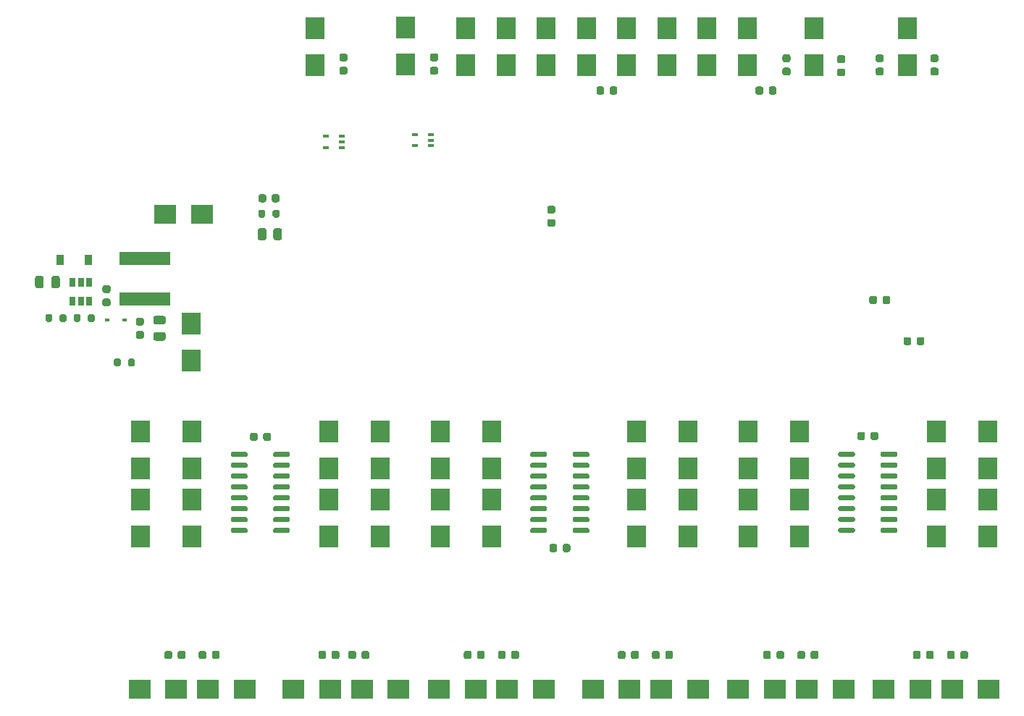
<source format=gbr>
%TF.GenerationSoftware,KiCad,Pcbnew,5.1.10-88a1d61d58~88~ubuntu20.04.1*%
%TF.CreationDate,2021-05-20T14:16:26-06:00*%
%TF.ProjectId,colordance-brain,636f6c6f-7264-4616-9e63-652d62726169,rev?*%
%TF.SameCoordinates,Original*%
%TF.FileFunction,Paste,Bot*%
%TF.FilePolarity,Positive*%
%FSLAX46Y46*%
G04 Gerber Fmt 4.6, Leading zero omitted, Abs format (unit mm)*
G04 Created by KiCad (PCBNEW 5.1.10-88a1d61d58~88~ubuntu20.04.1) date 2021-05-20 14:16:26*
%MOMM*%
%LPD*%
G01*
G04 APERTURE LIST*
%ADD10R,0.650000X0.400000*%
%ADD11R,2.300000X2.500000*%
%ADD12R,0.650000X1.060000*%
%ADD13R,5.900000X1.600000*%
%ADD14R,2.500000X2.300000*%
%ADD15R,0.600000X0.450000*%
%ADD16R,0.900000X1.200000*%
G04 APERTURE END LIST*
D10*
%TO.C,U7*%
X62050000Y-61150000D03*
X62050000Y-62450000D03*
X63950000Y-61800000D03*
X63950000Y-62450000D03*
X63950000Y-61150000D03*
%TD*%
%TO.C,U6*%
X51650000Y-61350000D03*
X51650000Y-62650000D03*
X53550000Y-62000000D03*
X53550000Y-62650000D03*
X53550000Y-61350000D03*
%TD*%
D11*
%TO.C,D17*%
X100900000Y-48750000D03*
X100900000Y-53050000D03*
%TD*%
%TO.C,D16*%
X77400000Y-48750000D03*
X77400000Y-53050000D03*
%TD*%
%TO.C,D15*%
X91500000Y-48750000D03*
X91500000Y-53050000D03*
%TD*%
%TO.C,D14*%
X35900000Y-87550000D03*
X35900000Y-83250000D03*
%TD*%
%TO.C,D13*%
X68000000Y-48750000D03*
X68000000Y-53050000D03*
%TD*%
%TO.C,D12*%
X119600000Y-48750000D03*
X119600000Y-53050000D03*
%TD*%
%TO.C,D10*%
X61000000Y-48650000D03*
X61000000Y-52950000D03*
%TD*%
%TO.C,D8*%
X82100000Y-48750000D03*
X82100000Y-53050000D03*
%TD*%
%TO.C,D7*%
X96200000Y-48750000D03*
X96200000Y-53050000D03*
%TD*%
%TO.C,D6*%
X72700000Y-48750000D03*
X72700000Y-53050000D03*
%TD*%
%TO.C,D5*%
X108700000Y-48750000D03*
X108700000Y-53050000D03*
%TD*%
%TO.C,D4*%
X50400000Y-48750000D03*
X50400000Y-53050000D03*
%TD*%
%TO.C,D3*%
X86800000Y-48750000D03*
X86800000Y-53050000D03*
%TD*%
%TO.C,C33*%
G36*
G01*
X44675000Y-68350000D02*
X44675000Y-68850000D01*
G75*
G02*
X44450000Y-69075000I-225000J0D01*
G01*
X44000000Y-69075000D01*
G75*
G02*
X43775000Y-68850000I0J225000D01*
G01*
X43775000Y-68350000D01*
G75*
G02*
X44000000Y-68125000I225000J0D01*
G01*
X44450000Y-68125000D01*
G75*
G02*
X44675000Y-68350000I0J-225000D01*
G01*
G37*
G36*
G01*
X46225000Y-68350000D02*
X46225000Y-68850000D01*
G75*
G02*
X46000000Y-69075000I-225000J0D01*
G01*
X45550000Y-69075000D01*
G75*
G02*
X45325000Y-68850000I0J225000D01*
G01*
X45325000Y-68350000D01*
G75*
G02*
X45550000Y-68125000I225000J0D01*
G01*
X46000000Y-68125000D01*
G75*
G02*
X46225000Y-68350000I0J-225000D01*
G01*
G37*
%TD*%
%TO.C,U5*%
G36*
G01*
X75550000Y-107595000D02*
X75550000Y-107295000D01*
G75*
G02*
X75700000Y-107145000I150000J0D01*
G01*
X77350000Y-107145000D01*
G75*
G02*
X77500000Y-107295000I0J-150000D01*
G01*
X77500000Y-107595000D01*
G75*
G02*
X77350000Y-107745000I-150000J0D01*
G01*
X75700000Y-107745000D01*
G75*
G02*
X75550000Y-107595000I0J150000D01*
G01*
G37*
G36*
G01*
X75550000Y-106325000D02*
X75550000Y-106025000D01*
G75*
G02*
X75700000Y-105875000I150000J0D01*
G01*
X77350000Y-105875000D01*
G75*
G02*
X77500000Y-106025000I0J-150000D01*
G01*
X77500000Y-106325000D01*
G75*
G02*
X77350000Y-106475000I-150000J0D01*
G01*
X75700000Y-106475000D01*
G75*
G02*
X75550000Y-106325000I0J150000D01*
G01*
G37*
G36*
G01*
X75550000Y-105055000D02*
X75550000Y-104755000D01*
G75*
G02*
X75700000Y-104605000I150000J0D01*
G01*
X77350000Y-104605000D01*
G75*
G02*
X77500000Y-104755000I0J-150000D01*
G01*
X77500000Y-105055000D01*
G75*
G02*
X77350000Y-105205000I-150000J0D01*
G01*
X75700000Y-105205000D01*
G75*
G02*
X75550000Y-105055000I0J150000D01*
G01*
G37*
G36*
G01*
X75550000Y-103785000D02*
X75550000Y-103485000D01*
G75*
G02*
X75700000Y-103335000I150000J0D01*
G01*
X77350000Y-103335000D01*
G75*
G02*
X77500000Y-103485000I0J-150000D01*
G01*
X77500000Y-103785000D01*
G75*
G02*
X77350000Y-103935000I-150000J0D01*
G01*
X75700000Y-103935000D01*
G75*
G02*
X75550000Y-103785000I0J150000D01*
G01*
G37*
G36*
G01*
X75550000Y-102515000D02*
X75550000Y-102215000D01*
G75*
G02*
X75700000Y-102065000I150000J0D01*
G01*
X77350000Y-102065000D01*
G75*
G02*
X77500000Y-102215000I0J-150000D01*
G01*
X77500000Y-102515000D01*
G75*
G02*
X77350000Y-102665000I-150000J0D01*
G01*
X75700000Y-102665000D01*
G75*
G02*
X75550000Y-102515000I0J150000D01*
G01*
G37*
G36*
G01*
X75550000Y-101245000D02*
X75550000Y-100945000D01*
G75*
G02*
X75700000Y-100795000I150000J0D01*
G01*
X77350000Y-100795000D01*
G75*
G02*
X77500000Y-100945000I0J-150000D01*
G01*
X77500000Y-101245000D01*
G75*
G02*
X77350000Y-101395000I-150000J0D01*
G01*
X75700000Y-101395000D01*
G75*
G02*
X75550000Y-101245000I0J150000D01*
G01*
G37*
G36*
G01*
X75550000Y-99975000D02*
X75550000Y-99675000D01*
G75*
G02*
X75700000Y-99525000I150000J0D01*
G01*
X77350000Y-99525000D01*
G75*
G02*
X77500000Y-99675000I0J-150000D01*
G01*
X77500000Y-99975000D01*
G75*
G02*
X77350000Y-100125000I-150000J0D01*
G01*
X75700000Y-100125000D01*
G75*
G02*
X75550000Y-99975000I0J150000D01*
G01*
G37*
G36*
G01*
X75550000Y-98705000D02*
X75550000Y-98405000D01*
G75*
G02*
X75700000Y-98255000I150000J0D01*
G01*
X77350000Y-98255000D01*
G75*
G02*
X77500000Y-98405000I0J-150000D01*
G01*
X77500000Y-98705000D01*
G75*
G02*
X77350000Y-98855000I-150000J0D01*
G01*
X75700000Y-98855000D01*
G75*
G02*
X75550000Y-98705000I0J150000D01*
G01*
G37*
G36*
G01*
X80500000Y-98705000D02*
X80500000Y-98405000D01*
G75*
G02*
X80650000Y-98255000I150000J0D01*
G01*
X82300000Y-98255000D01*
G75*
G02*
X82450000Y-98405000I0J-150000D01*
G01*
X82450000Y-98705000D01*
G75*
G02*
X82300000Y-98855000I-150000J0D01*
G01*
X80650000Y-98855000D01*
G75*
G02*
X80500000Y-98705000I0J150000D01*
G01*
G37*
G36*
G01*
X80500000Y-99975000D02*
X80500000Y-99675000D01*
G75*
G02*
X80650000Y-99525000I150000J0D01*
G01*
X82300000Y-99525000D01*
G75*
G02*
X82450000Y-99675000I0J-150000D01*
G01*
X82450000Y-99975000D01*
G75*
G02*
X82300000Y-100125000I-150000J0D01*
G01*
X80650000Y-100125000D01*
G75*
G02*
X80500000Y-99975000I0J150000D01*
G01*
G37*
G36*
G01*
X80500000Y-101245000D02*
X80500000Y-100945000D01*
G75*
G02*
X80650000Y-100795000I150000J0D01*
G01*
X82300000Y-100795000D01*
G75*
G02*
X82450000Y-100945000I0J-150000D01*
G01*
X82450000Y-101245000D01*
G75*
G02*
X82300000Y-101395000I-150000J0D01*
G01*
X80650000Y-101395000D01*
G75*
G02*
X80500000Y-101245000I0J150000D01*
G01*
G37*
G36*
G01*
X80500000Y-102515000D02*
X80500000Y-102215000D01*
G75*
G02*
X80650000Y-102065000I150000J0D01*
G01*
X82300000Y-102065000D01*
G75*
G02*
X82450000Y-102215000I0J-150000D01*
G01*
X82450000Y-102515000D01*
G75*
G02*
X82300000Y-102665000I-150000J0D01*
G01*
X80650000Y-102665000D01*
G75*
G02*
X80500000Y-102515000I0J150000D01*
G01*
G37*
G36*
G01*
X80500000Y-103785000D02*
X80500000Y-103485000D01*
G75*
G02*
X80650000Y-103335000I150000J0D01*
G01*
X82300000Y-103335000D01*
G75*
G02*
X82450000Y-103485000I0J-150000D01*
G01*
X82450000Y-103785000D01*
G75*
G02*
X82300000Y-103935000I-150000J0D01*
G01*
X80650000Y-103935000D01*
G75*
G02*
X80500000Y-103785000I0J150000D01*
G01*
G37*
G36*
G01*
X80500000Y-105055000D02*
X80500000Y-104755000D01*
G75*
G02*
X80650000Y-104605000I150000J0D01*
G01*
X82300000Y-104605000D01*
G75*
G02*
X82450000Y-104755000I0J-150000D01*
G01*
X82450000Y-105055000D01*
G75*
G02*
X82300000Y-105205000I-150000J0D01*
G01*
X80650000Y-105205000D01*
G75*
G02*
X80500000Y-105055000I0J150000D01*
G01*
G37*
G36*
G01*
X80500000Y-106325000D02*
X80500000Y-106025000D01*
G75*
G02*
X80650000Y-105875000I150000J0D01*
G01*
X82300000Y-105875000D01*
G75*
G02*
X82450000Y-106025000I0J-150000D01*
G01*
X82450000Y-106325000D01*
G75*
G02*
X82300000Y-106475000I-150000J0D01*
G01*
X80650000Y-106475000D01*
G75*
G02*
X80500000Y-106325000I0J150000D01*
G01*
G37*
G36*
G01*
X80500000Y-107595000D02*
X80500000Y-107295000D01*
G75*
G02*
X80650000Y-107145000I150000J0D01*
G01*
X82300000Y-107145000D01*
G75*
G02*
X82450000Y-107295000I0J-150000D01*
G01*
X82450000Y-107595000D01*
G75*
G02*
X82300000Y-107745000I-150000J0D01*
G01*
X80650000Y-107745000D01*
G75*
G02*
X80500000Y-107595000I0J150000D01*
G01*
G37*
%TD*%
%TO.C,U4*%
G36*
G01*
X118450000Y-98405000D02*
X118450000Y-98705000D01*
G75*
G02*
X118300000Y-98855000I-150000J0D01*
G01*
X116650000Y-98855000D01*
G75*
G02*
X116500000Y-98705000I0J150000D01*
G01*
X116500000Y-98405000D01*
G75*
G02*
X116650000Y-98255000I150000J0D01*
G01*
X118300000Y-98255000D01*
G75*
G02*
X118450000Y-98405000I0J-150000D01*
G01*
G37*
G36*
G01*
X118450000Y-99675000D02*
X118450000Y-99975000D01*
G75*
G02*
X118300000Y-100125000I-150000J0D01*
G01*
X116650000Y-100125000D01*
G75*
G02*
X116500000Y-99975000I0J150000D01*
G01*
X116500000Y-99675000D01*
G75*
G02*
X116650000Y-99525000I150000J0D01*
G01*
X118300000Y-99525000D01*
G75*
G02*
X118450000Y-99675000I0J-150000D01*
G01*
G37*
G36*
G01*
X118450000Y-100945000D02*
X118450000Y-101245000D01*
G75*
G02*
X118300000Y-101395000I-150000J0D01*
G01*
X116650000Y-101395000D01*
G75*
G02*
X116500000Y-101245000I0J150000D01*
G01*
X116500000Y-100945000D01*
G75*
G02*
X116650000Y-100795000I150000J0D01*
G01*
X118300000Y-100795000D01*
G75*
G02*
X118450000Y-100945000I0J-150000D01*
G01*
G37*
G36*
G01*
X118450000Y-102215000D02*
X118450000Y-102515000D01*
G75*
G02*
X118300000Y-102665000I-150000J0D01*
G01*
X116650000Y-102665000D01*
G75*
G02*
X116500000Y-102515000I0J150000D01*
G01*
X116500000Y-102215000D01*
G75*
G02*
X116650000Y-102065000I150000J0D01*
G01*
X118300000Y-102065000D01*
G75*
G02*
X118450000Y-102215000I0J-150000D01*
G01*
G37*
G36*
G01*
X118450000Y-103485000D02*
X118450000Y-103785000D01*
G75*
G02*
X118300000Y-103935000I-150000J0D01*
G01*
X116650000Y-103935000D01*
G75*
G02*
X116500000Y-103785000I0J150000D01*
G01*
X116500000Y-103485000D01*
G75*
G02*
X116650000Y-103335000I150000J0D01*
G01*
X118300000Y-103335000D01*
G75*
G02*
X118450000Y-103485000I0J-150000D01*
G01*
G37*
G36*
G01*
X118450000Y-104755000D02*
X118450000Y-105055000D01*
G75*
G02*
X118300000Y-105205000I-150000J0D01*
G01*
X116650000Y-105205000D01*
G75*
G02*
X116500000Y-105055000I0J150000D01*
G01*
X116500000Y-104755000D01*
G75*
G02*
X116650000Y-104605000I150000J0D01*
G01*
X118300000Y-104605000D01*
G75*
G02*
X118450000Y-104755000I0J-150000D01*
G01*
G37*
G36*
G01*
X118450000Y-106025000D02*
X118450000Y-106325000D01*
G75*
G02*
X118300000Y-106475000I-150000J0D01*
G01*
X116650000Y-106475000D01*
G75*
G02*
X116500000Y-106325000I0J150000D01*
G01*
X116500000Y-106025000D01*
G75*
G02*
X116650000Y-105875000I150000J0D01*
G01*
X118300000Y-105875000D01*
G75*
G02*
X118450000Y-106025000I0J-150000D01*
G01*
G37*
G36*
G01*
X118450000Y-107295000D02*
X118450000Y-107595000D01*
G75*
G02*
X118300000Y-107745000I-150000J0D01*
G01*
X116650000Y-107745000D01*
G75*
G02*
X116500000Y-107595000I0J150000D01*
G01*
X116500000Y-107295000D01*
G75*
G02*
X116650000Y-107145000I150000J0D01*
G01*
X118300000Y-107145000D01*
G75*
G02*
X118450000Y-107295000I0J-150000D01*
G01*
G37*
G36*
G01*
X113500000Y-107295000D02*
X113500000Y-107595000D01*
G75*
G02*
X113350000Y-107745000I-150000J0D01*
G01*
X111700000Y-107745000D01*
G75*
G02*
X111550000Y-107595000I0J150000D01*
G01*
X111550000Y-107295000D01*
G75*
G02*
X111700000Y-107145000I150000J0D01*
G01*
X113350000Y-107145000D01*
G75*
G02*
X113500000Y-107295000I0J-150000D01*
G01*
G37*
G36*
G01*
X113500000Y-106025000D02*
X113500000Y-106325000D01*
G75*
G02*
X113350000Y-106475000I-150000J0D01*
G01*
X111700000Y-106475000D01*
G75*
G02*
X111550000Y-106325000I0J150000D01*
G01*
X111550000Y-106025000D01*
G75*
G02*
X111700000Y-105875000I150000J0D01*
G01*
X113350000Y-105875000D01*
G75*
G02*
X113500000Y-106025000I0J-150000D01*
G01*
G37*
G36*
G01*
X113500000Y-104755000D02*
X113500000Y-105055000D01*
G75*
G02*
X113350000Y-105205000I-150000J0D01*
G01*
X111700000Y-105205000D01*
G75*
G02*
X111550000Y-105055000I0J150000D01*
G01*
X111550000Y-104755000D01*
G75*
G02*
X111700000Y-104605000I150000J0D01*
G01*
X113350000Y-104605000D01*
G75*
G02*
X113500000Y-104755000I0J-150000D01*
G01*
G37*
G36*
G01*
X113500000Y-103485000D02*
X113500000Y-103785000D01*
G75*
G02*
X113350000Y-103935000I-150000J0D01*
G01*
X111700000Y-103935000D01*
G75*
G02*
X111550000Y-103785000I0J150000D01*
G01*
X111550000Y-103485000D01*
G75*
G02*
X111700000Y-103335000I150000J0D01*
G01*
X113350000Y-103335000D01*
G75*
G02*
X113500000Y-103485000I0J-150000D01*
G01*
G37*
G36*
G01*
X113500000Y-102215000D02*
X113500000Y-102515000D01*
G75*
G02*
X113350000Y-102665000I-150000J0D01*
G01*
X111700000Y-102665000D01*
G75*
G02*
X111550000Y-102515000I0J150000D01*
G01*
X111550000Y-102215000D01*
G75*
G02*
X111700000Y-102065000I150000J0D01*
G01*
X113350000Y-102065000D01*
G75*
G02*
X113500000Y-102215000I0J-150000D01*
G01*
G37*
G36*
G01*
X113500000Y-100945000D02*
X113500000Y-101245000D01*
G75*
G02*
X113350000Y-101395000I-150000J0D01*
G01*
X111700000Y-101395000D01*
G75*
G02*
X111550000Y-101245000I0J150000D01*
G01*
X111550000Y-100945000D01*
G75*
G02*
X111700000Y-100795000I150000J0D01*
G01*
X113350000Y-100795000D01*
G75*
G02*
X113500000Y-100945000I0J-150000D01*
G01*
G37*
G36*
G01*
X113500000Y-99675000D02*
X113500000Y-99975000D01*
G75*
G02*
X113350000Y-100125000I-150000J0D01*
G01*
X111700000Y-100125000D01*
G75*
G02*
X111550000Y-99975000I0J150000D01*
G01*
X111550000Y-99675000D01*
G75*
G02*
X111700000Y-99525000I150000J0D01*
G01*
X113350000Y-99525000D01*
G75*
G02*
X113500000Y-99675000I0J-150000D01*
G01*
G37*
G36*
G01*
X113500000Y-98405000D02*
X113500000Y-98705000D01*
G75*
G02*
X113350000Y-98855000I-150000J0D01*
G01*
X111700000Y-98855000D01*
G75*
G02*
X111550000Y-98705000I0J150000D01*
G01*
X111550000Y-98405000D01*
G75*
G02*
X111700000Y-98255000I150000J0D01*
G01*
X113350000Y-98255000D01*
G75*
G02*
X113500000Y-98405000I0J-150000D01*
G01*
G37*
%TD*%
%TO.C,U3*%
G36*
G01*
X47450000Y-98405000D02*
X47450000Y-98705000D01*
G75*
G02*
X47300000Y-98855000I-150000J0D01*
G01*
X45650000Y-98855000D01*
G75*
G02*
X45500000Y-98705000I0J150000D01*
G01*
X45500000Y-98405000D01*
G75*
G02*
X45650000Y-98255000I150000J0D01*
G01*
X47300000Y-98255000D01*
G75*
G02*
X47450000Y-98405000I0J-150000D01*
G01*
G37*
G36*
G01*
X47450000Y-99675000D02*
X47450000Y-99975000D01*
G75*
G02*
X47300000Y-100125000I-150000J0D01*
G01*
X45650000Y-100125000D01*
G75*
G02*
X45500000Y-99975000I0J150000D01*
G01*
X45500000Y-99675000D01*
G75*
G02*
X45650000Y-99525000I150000J0D01*
G01*
X47300000Y-99525000D01*
G75*
G02*
X47450000Y-99675000I0J-150000D01*
G01*
G37*
G36*
G01*
X47450000Y-100945000D02*
X47450000Y-101245000D01*
G75*
G02*
X47300000Y-101395000I-150000J0D01*
G01*
X45650000Y-101395000D01*
G75*
G02*
X45500000Y-101245000I0J150000D01*
G01*
X45500000Y-100945000D01*
G75*
G02*
X45650000Y-100795000I150000J0D01*
G01*
X47300000Y-100795000D01*
G75*
G02*
X47450000Y-100945000I0J-150000D01*
G01*
G37*
G36*
G01*
X47450000Y-102215000D02*
X47450000Y-102515000D01*
G75*
G02*
X47300000Y-102665000I-150000J0D01*
G01*
X45650000Y-102665000D01*
G75*
G02*
X45500000Y-102515000I0J150000D01*
G01*
X45500000Y-102215000D01*
G75*
G02*
X45650000Y-102065000I150000J0D01*
G01*
X47300000Y-102065000D01*
G75*
G02*
X47450000Y-102215000I0J-150000D01*
G01*
G37*
G36*
G01*
X47450000Y-103485000D02*
X47450000Y-103785000D01*
G75*
G02*
X47300000Y-103935000I-150000J0D01*
G01*
X45650000Y-103935000D01*
G75*
G02*
X45500000Y-103785000I0J150000D01*
G01*
X45500000Y-103485000D01*
G75*
G02*
X45650000Y-103335000I150000J0D01*
G01*
X47300000Y-103335000D01*
G75*
G02*
X47450000Y-103485000I0J-150000D01*
G01*
G37*
G36*
G01*
X47450000Y-104755000D02*
X47450000Y-105055000D01*
G75*
G02*
X47300000Y-105205000I-150000J0D01*
G01*
X45650000Y-105205000D01*
G75*
G02*
X45500000Y-105055000I0J150000D01*
G01*
X45500000Y-104755000D01*
G75*
G02*
X45650000Y-104605000I150000J0D01*
G01*
X47300000Y-104605000D01*
G75*
G02*
X47450000Y-104755000I0J-150000D01*
G01*
G37*
G36*
G01*
X47450000Y-106025000D02*
X47450000Y-106325000D01*
G75*
G02*
X47300000Y-106475000I-150000J0D01*
G01*
X45650000Y-106475000D01*
G75*
G02*
X45500000Y-106325000I0J150000D01*
G01*
X45500000Y-106025000D01*
G75*
G02*
X45650000Y-105875000I150000J0D01*
G01*
X47300000Y-105875000D01*
G75*
G02*
X47450000Y-106025000I0J-150000D01*
G01*
G37*
G36*
G01*
X47450000Y-107295000D02*
X47450000Y-107595000D01*
G75*
G02*
X47300000Y-107745000I-150000J0D01*
G01*
X45650000Y-107745000D01*
G75*
G02*
X45500000Y-107595000I0J150000D01*
G01*
X45500000Y-107295000D01*
G75*
G02*
X45650000Y-107145000I150000J0D01*
G01*
X47300000Y-107145000D01*
G75*
G02*
X47450000Y-107295000I0J-150000D01*
G01*
G37*
G36*
G01*
X42500000Y-107295000D02*
X42500000Y-107595000D01*
G75*
G02*
X42350000Y-107745000I-150000J0D01*
G01*
X40700000Y-107745000D01*
G75*
G02*
X40550000Y-107595000I0J150000D01*
G01*
X40550000Y-107295000D01*
G75*
G02*
X40700000Y-107145000I150000J0D01*
G01*
X42350000Y-107145000D01*
G75*
G02*
X42500000Y-107295000I0J-150000D01*
G01*
G37*
G36*
G01*
X42500000Y-106025000D02*
X42500000Y-106325000D01*
G75*
G02*
X42350000Y-106475000I-150000J0D01*
G01*
X40700000Y-106475000D01*
G75*
G02*
X40550000Y-106325000I0J150000D01*
G01*
X40550000Y-106025000D01*
G75*
G02*
X40700000Y-105875000I150000J0D01*
G01*
X42350000Y-105875000D01*
G75*
G02*
X42500000Y-106025000I0J-150000D01*
G01*
G37*
G36*
G01*
X42500000Y-104755000D02*
X42500000Y-105055000D01*
G75*
G02*
X42350000Y-105205000I-150000J0D01*
G01*
X40700000Y-105205000D01*
G75*
G02*
X40550000Y-105055000I0J150000D01*
G01*
X40550000Y-104755000D01*
G75*
G02*
X40700000Y-104605000I150000J0D01*
G01*
X42350000Y-104605000D01*
G75*
G02*
X42500000Y-104755000I0J-150000D01*
G01*
G37*
G36*
G01*
X42500000Y-103485000D02*
X42500000Y-103785000D01*
G75*
G02*
X42350000Y-103935000I-150000J0D01*
G01*
X40700000Y-103935000D01*
G75*
G02*
X40550000Y-103785000I0J150000D01*
G01*
X40550000Y-103485000D01*
G75*
G02*
X40700000Y-103335000I150000J0D01*
G01*
X42350000Y-103335000D01*
G75*
G02*
X42500000Y-103485000I0J-150000D01*
G01*
G37*
G36*
G01*
X42500000Y-102215000D02*
X42500000Y-102515000D01*
G75*
G02*
X42350000Y-102665000I-150000J0D01*
G01*
X40700000Y-102665000D01*
G75*
G02*
X40550000Y-102515000I0J150000D01*
G01*
X40550000Y-102215000D01*
G75*
G02*
X40700000Y-102065000I150000J0D01*
G01*
X42350000Y-102065000D01*
G75*
G02*
X42500000Y-102215000I0J-150000D01*
G01*
G37*
G36*
G01*
X42500000Y-100945000D02*
X42500000Y-101245000D01*
G75*
G02*
X42350000Y-101395000I-150000J0D01*
G01*
X40700000Y-101395000D01*
G75*
G02*
X40550000Y-101245000I0J150000D01*
G01*
X40550000Y-100945000D01*
G75*
G02*
X40700000Y-100795000I150000J0D01*
G01*
X42350000Y-100795000D01*
G75*
G02*
X42500000Y-100945000I0J-150000D01*
G01*
G37*
G36*
G01*
X42500000Y-99675000D02*
X42500000Y-99975000D01*
G75*
G02*
X42350000Y-100125000I-150000J0D01*
G01*
X40700000Y-100125000D01*
G75*
G02*
X40550000Y-99975000I0J150000D01*
G01*
X40550000Y-99675000D01*
G75*
G02*
X40700000Y-99525000I150000J0D01*
G01*
X42350000Y-99525000D01*
G75*
G02*
X42500000Y-99675000I0J-150000D01*
G01*
G37*
G36*
G01*
X42500000Y-98405000D02*
X42500000Y-98705000D01*
G75*
G02*
X42350000Y-98855000I-150000J0D01*
G01*
X40700000Y-98855000D01*
G75*
G02*
X40550000Y-98705000I0J150000D01*
G01*
X40550000Y-98405000D01*
G75*
G02*
X40700000Y-98255000I150000J0D01*
G01*
X42350000Y-98255000D01*
G75*
G02*
X42500000Y-98405000I0J-150000D01*
G01*
G37*
%TD*%
D12*
%TO.C,U1*%
X23950000Y-80600000D03*
X23000000Y-80600000D03*
X22050000Y-80600000D03*
X22050000Y-78400000D03*
X23950000Y-78400000D03*
X23000000Y-78400000D03*
%TD*%
%TO.C,R5*%
G36*
G01*
X21325000Y-82325000D02*
X21325000Y-82875000D01*
G75*
G02*
X21125000Y-83075000I-200000J0D01*
G01*
X20725000Y-83075000D01*
G75*
G02*
X20525000Y-82875000I0J200000D01*
G01*
X20525000Y-82325000D01*
G75*
G02*
X20725000Y-82125000I200000J0D01*
G01*
X21125000Y-82125000D01*
G75*
G02*
X21325000Y-82325000I0J-200000D01*
G01*
G37*
G36*
G01*
X19675000Y-82325000D02*
X19675000Y-82875000D01*
G75*
G02*
X19475000Y-83075000I-200000J0D01*
G01*
X19075000Y-83075000D01*
G75*
G02*
X18875000Y-82875000I0J200000D01*
G01*
X18875000Y-82325000D01*
G75*
G02*
X19075000Y-82125000I200000J0D01*
G01*
X19475000Y-82125000D01*
G75*
G02*
X19675000Y-82325000I0J-200000D01*
G01*
G37*
%TD*%
%TO.C,R4*%
G36*
G01*
X24625000Y-82325000D02*
X24625000Y-82875000D01*
G75*
G02*
X24425000Y-83075000I-200000J0D01*
G01*
X24025000Y-83075000D01*
G75*
G02*
X23825000Y-82875000I0J200000D01*
G01*
X23825000Y-82325000D01*
G75*
G02*
X24025000Y-82125000I200000J0D01*
G01*
X24425000Y-82125000D01*
G75*
G02*
X24625000Y-82325000I0J-200000D01*
G01*
G37*
G36*
G01*
X22975000Y-82325000D02*
X22975000Y-82875000D01*
G75*
G02*
X22775000Y-83075000I-200000J0D01*
G01*
X22375000Y-83075000D01*
G75*
G02*
X22175000Y-82875000I0J200000D01*
G01*
X22175000Y-82325000D01*
G75*
G02*
X22375000Y-82125000I200000J0D01*
G01*
X22775000Y-82125000D01*
G75*
G02*
X22975000Y-82325000I0J-200000D01*
G01*
G37*
%TD*%
%TO.C,R3*%
G36*
G01*
X46225000Y-70125000D02*
X46225000Y-70675000D01*
G75*
G02*
X46025000Y-70875000I-200000J0D01*
G01*
X45625000Y-70875000D01*
G75*
G02*
X45425000Y-70675000I0J200000D01*
G01*
X45425000Y-70125000D01*
G75*
G02*
X45625000Y-69925000I200000J0D01*
G01*
X46025000Y-69925000D01*
G75*
G02*
X46225000Y-70125000I0J-200000D01*
G01*
G37*
G36*
G01*
X44575000Y-70125000D02*
X44575000Y-70675000D01*
G75*
G02*
X44375000Y-70875000I-200000J0D01*
G01*
X43975000Y-70875000D01*
G75*
G02*
X43775000Y-70675000I0J200000D01*
G01*
X43775000Y-70125000D01*
G75*
G02*
X43975000Y-69925000I200000J0D01*
G01*
X44375000Y-69925000D01*
G75*
G02*
X44575000Y-70125000I0J-200000D01*
G01*
G37*
%TD*%
%TO.C,R2*%
G36*
G01*
X43675000Y-73250001D02*
X43675000Y-72349999D01*
G75*
G02*
X43924999Y-72100000I249999J0D01*
G01*
X44450001Y-72100000D01*
G75*
G02*
X44700000Y-72349999I0J-249999D01*
G01*
X44700000Y-73250001D01*
G75*
G02*
X44450001Y-73500000I-249999J0D01*
G01*
X43924999Y-73500000D01*
G75*
G02*
X43675000Y-73250001I0J249999D01*
G01*
G37*
G36*
G01*
X45500000Y-73250001D02*
X45500000Y-72349999D01*
G75*
G02*
X45749999Y-72100000I249999J0D01*
G01*
X46275001Y-72100000D01*
G75*
G02*
X46525000Y-72349999I0J-249999D01*
G01*
X46525000Y-73250001D01*
G75*
G02*
X46275001Y-73500000I-249999J0D01*
G01*
X45749999Y-73500000D01*
G75*
G02*
X45500000Y-73250001I0J249999D01*
G01*
G37*
%TD*%
%TO.C,R1*%
G36*
G01*
X26875000Y-88075000D02*
X26875000Y-87525000D01*
G75*
G02*
X27075000Y-87325000I200000J0D01*
G01*
X27475000Y-87325000D01*
G75*
G02*
X27675000Y-87525000I0J-200000D01*
G01*
X27675000Y-88075000D01*
G75*
G02*
X27475000Y-88275000I-200000J0D01*
G01*
X27075000Y-88275000D01*
G75*
G02*
X26875000Y-88075000I0J200000D01*
G01*
G37*
G36*
G01*
X28525000Y-88075000D02*
X28525000Y-87525000D01*
G75*
G02*
X28725000Y-87325000I200000J0D01*
G01*
X29125000Y-87325000D01*
G75*
G02*
X29325000Y-87525000I0J-200000D01*
G01*
X29325000Y-88075000D01*
G75*
G02*
X29125000Y-88275000I-200000J0D01*
G01*
X28725000Y-88275000D01*
G75*
G02*
X28525000Y-88075000I0J200000D01*
G01*
G37*
%TD*%
D13*
%TO.C,L1*%
X30500000Y-75650000D03*
X30500000Y-80350000D03*
%TD*%
D11*
%TO.C,D53*%
X94000000Y-100150000D03*
X94000000Y-95850000D03*
%TD*%
%TO.C,D52*%
X94000000Y-103850000D03*
X94000000Y-108150000D03*
%TD*%
%TO.C,D51*%
X88000000Y-108150000D03*
X88000000Y-103850000D03*
%TD*%
%TO.C,D50*%
X88000000Y-100150000D03*
X88000000Y-95850000D03*
%TD*%
D14*
%TO.C,D49*%
X87150000Y-126000000D03*
X82850000Y-126000000D03*
%TD*%
%TO.C,D48*%
X90850000Y-126000000D03*
X95150000Y-126000000D03*
%TD*%
D11*
%TO.C,D47*%
X71000000Y-100150000D03*
X71000000Y-95850000D03*
%TD*%
%TO.C,D46*%
X71000000Y-103850000D03*
X71000000Y-108150000D03*
%TD*%
%TO.C,D45*%
X65000000Y-108150000D03*
X65000000Y-103850000D03*
%TD*%
%TO.C,D44*%
X65000000Y-100150000D03*
X65000000Y-95850000D03*
%TD*%
D14*
%TO.C,D43*%
X69150000Y-126000000D03*
X64850000Y-126000000D03*
%TD*%
%TO.C,D42*%
X72850000Y-126000000D03*
X77150000Y-126000000D03*
%TD*%
D11*
%TO.C,D41*%
X107000000Y-100150000D03*
X107000000Y-95850000D03*
%TD*%
%TO.C,D40*%
X107000000Y-103850000D03*
X107000000Y-108150000D03*
%TD*%
%TO.C,D39*%
X101000000Y-95850000D03*
X101000000Y-100150000D03*
%TD*%
%TO.C,D38*%
X101000000Y-103850000D03*
X101000000Y-108150000D03*
%TD*%
D14*
%TO.C,D37*%
X104150000Y-126000000D03*
X99850000Y-126000000D03*
%TD*%
%TO.C,D36*%
X107850000Y-126000000D03*
X112150000Y-126000000D03*
%TD*%
D11*
%TO.C,D35*%
X129000000Y-103850000D03*
X129000000Y-108150000D03*
%TD*%
%TO.C,D34*%
X129000000Y-100150000D03*
X129000000Y-95850000D03*
%TD*%
%TO.C,D33*%
X123000000Y-95900000D03*
X123000000Y-100200000D03*
%TD*%
%TO.C,D32*%
X123000000Y-103850000D03*
X123000000Y-108150000D03*
%TD*%
D14*
%TO.C,D31*%
X121150000Y-126000000D03*
X116850000Y-126000000D03*
%TD*%
%TO.C,D30*%
X124850000Y-126000000D03*
X129150000Y-126000000D03*
%TD*%
D11*
%TO.C,D29*%
X36000000Y-103850000D03*
X36000000Y-108150000D03*
%TD*%
%TO.C,D28*%
X36000000Y-100150000D03*
X36000000Y-95850000D03*
%TD*%
%TO.C,D27*%
X30000000Y-95850000D03*
X30000000Y-100150000D03*
%TD*%
%TO.C,D26*%
X30000000Y-103850000D03*
X30000000Y-108150000D03*
%TD*%
D14*
%TO.C,D25*%
X34150000Y-126000000D03*
X29850000Y-126000000D03*
%TD*%
%TO.C,D24*%
X37850000Y-126000000D03*
X42150000Y-126000000D03*
%TD*%
D11*
%TO.C,D23*%
X58000000Y-100150000D03*
X58000000Y-95850000D03*
%TD*%
%TO.C,D22*%
X58000000Y-103850000D03*
X58000000Y-108150000D03*
%TD*%
%TO.C,D21*%
X52000000Y-108150000D03*
X52000000Y-103850000D03*
%TD*%
%TO.C,D20*%
X52000000Y-100150000D03*
X52000000Y-95850000D03*
%TD*%
D14*
%TO.C,D19*%
X52150000Y-126000000D03*
X47850000Y-126000000D03*
%TD*%
%TO.C,D18*%
X55850000Y-126000000D03*
X60150000Y-126000000D03*
%TD*%
D15*
%TO.C,D11*%
X26050000Y-82800000D03*
X28150000Y-82800000D03*
%TD*%
D16*
%TO.C,D9*%
X23850000Y-75800000D03*
X20550000Y-75800000D03*
%TD*%
D14*
%TO.C,D2*%
X32850000Y-70500000D03*
X37150000Y-70500000D03*
%TD*%
%TO.C,C32*%
G36*
G01*
X85775000Y-122250000D02*
X85775000Y-121750000D01*
G75*
G02*
X86000000Y-121525000I225000J0D01*
G01*
X86450000Y-121525000D01*
G75*
G02*
X86675000Y-121750000I0J-225000D01*
G01*
X86675000Y-122250000D01*
G75*
G02*
X86450000Y-122475000I-225000J0D01*
G01*
X86000000Y-122475000D01*
G75*
G02*
X85775000Y-122250000I0J225000D01*
G01*
G37*
G36*
G01*
X87325000Y-122250000D02*
X87325000Y-121750000D01*
G75*
G02*
X87550000Y-121525000I225000J0D01*
G01*
X88000000Y-121525000D01*
G75*
G02*
X88225000Y-121750000I0J-225000D01*
G01*
X88225000Y-122250000D01*
G75*
G02*
X88000000Y-122475000I-225000J0D01*
G01*
X87550000Y-122475000D01*
G75*
G02*
X87325000Y-122250000I0J225000D01*
G01*
G37*
%TD*%
%TO.C,C31*%
G36*
G01*
X92225000Y-121750000D02*
X92225000Y-122250000D01*
G75*
G02*
X92000000Y-122475000I-225000J0D01*
G01*
X91550000Y-122475000D01*
G75*
G02*
X91325000Y-122250000I0J225000D01*
G01*
X91325000Y-121750000D01*
G75*
G02*
X91550000Y-121525000I225000J0D01*
G01*
X92000000Y-121525000D01*
G75*
G02*
X92225000Y-121750000I0J-225000D01*
G01*
G37*
G36*
G01*
X90675000Y-121750000D02*
X90675000Y-122250000D01*
G75*
G02*
X90450000Y-122475000I-225000J0D01*
G01*
X90000000Y-122475000D01*
G75*
G02*
X89775000Y-122250000I0J225000D01*
G01*
X89775000Y-121750000D01*
G75*
G02*
X90000000Y-121525000I225000J0D01*
G01*
X90450000Y-121525000D01*
G75*
G02*
X90675000Y-121750000I0J-225000D01*
G01*
G37*
%TD*%
%TO.C,C30*%
G36*
G01*
X67775000Y-122250000D02*
X67775000Y-121750000D01*
G75*
G02*
X68000000Y-121525000I225000J0D01*
G01*
X68450000Y-121525000D01*
G75*
G02*
X68675000Y-121750000I0J-225000D01*
G01*
X68675000Y-122250000D01*
G75*
G02*
X68450000Y-122475000I-225000J0D01*
G01*
X68000000Y-122475000D01*
G75*
G02*
X67775000Y-122250000I0J225000D01*
G01*
G37*
G36*
G01*
X69325000Y-122250000D02*
X69325000Y-121750000D01*
G75*
G02*
X69550000Y-121525000I225000J0D01*
G01*
X70000000Y-121525000D01*
G75*
G02*
X70225000Y-121750000I0J-225000D01*
G01*
X70225000Y-122250000D01*
G75*
G02*
X70000000Y-122475000I-225000J0D01*
G01*
X69550000Y-122475000D01*
G75*
G02*
X69325000Y-122250000I0J225000D01*
G01*
G37*
%TD*%
%TO.C,C29*%
G36*
G01*
X74225000Y-121750000D02*
X74225000Y-122250000D01*
G75*
G02*
X74000000Y-122475000I-225000J0D01*
G01*
X73550000Y-122475000D01*
G75*
G02*
X73325000Y-122250000I0J225000D01*
G01*
X73325000Y-121750000D01*
G75*
G02*
X73550000Y-121525000I225000J0D01*
G01*
X74000000Y-121525000D01*
G75*
G02*
X74225000Y-121750000I0J-225000D01*
G01*
G37*
G36*
G01*
X72675000Y-121750000D02*
X72675000Y-122250000D01*
G75*
G02*
X72450000Y-122475000I-225000J0D01*
G01*
X72000000Y-122475000D01*
G75*
G02*
X71775000Y-122250000I0J225000D01*
G01*
X71775000Y-121750000D01*
G75*
G02*
X72000000Y-121525000I225000J0D01*
G01*
X72450000Y-121525000D01*
G75*
G02*
X72675000Y-121750000I0J-225000D01*
G01*
G37*
%TD*%
%TO.C,C28*%
G36*
G01*
X80225000Y-109250000D02*
X80225000Y-109750000D01*
G75*
G02*
X80000000Y-109975000I-225000J0D01*
G01*
X79550000Y-109975000D01*
G75*
G02*
X79325000Y-109750000I0J225000D01*
G01*
X79325000Y-109250000D01*
G75*
G02*
X79550000Y-109025000I225000J0D01*
G01*
X80000000Y-109025000D01*
G75*
G02*
X80225000Y-109250000I0J-225000D01*
G01*
G37*
G36*
G01*
X78675000Y-109250000D02*
X78675000Y-109750000D01*
G75*
G02*
X78450000Y-109975000I-225000J0D01*
G01*
X78000000Y-109975000D01*
G75*
G02*
X77775000Y-109750000I0J225000D01*
G01*
X77775000Y-109250000D01*
G75*
G02*
X78000000Y-109025000I225000J0D01*
G01*
X78450000Y-109025000D01*
G75*
G02*
X78675000Y-109250000I0J-225000D01*
G01*
G37*
%TD*%
%TO.C,C27*%
G36*
G01*
X102775000Y-122250000D02*
X102775000Y-121750000D01*
G75*
G02*
X103000000Y-121525000I225000J0D01*
G01*
X103450000Y-121525000D01*
G75*
G02*
X103675000Y-121750000I0J-225000D01*
G01*
X103675000Y-122250000D01*
G75*
G02*
X103450000Y-122475000I-225000J0D01*
G01*
X103000000Y-122475000D01*
G75*
G02*
X102775000Y-122250000I0J225000D01*
G01*
G37*
G36*
G01*
X104325000Y-122250000D02*
X104325000Y-121750000D01*
G75*
G02*
X104550000Y-121525000I225000J0D01*
G01*
X105000000Y-121525000D01*
G75*
G02*
X105225000Y-121750000I0J-225000D01*
G01*
X105225000Y-122250000D01*
G75*
G02*
X105000000Y-122475000I-225000J0D01*
G01*
X104550000Y-122475000D01*
G75*
G02*
X104325000Y-122250000I0J225000D01*
G01*
G37*
%TD*%
%TO.C,C26*%
G36*
G01*
X109225000Y-121750000D02*
X109225000Y-122250000D01*
G75*
G02*
X109000000Y-122475000I-225000J0D01*
G01*
X108550000Y-122475000D01*
G75*
G02*
X108325000Y-122250000I0J225000D01*
G01*
X108325000Y-121750000D01*
G75*
G02*
X108550000Y-121525000I225000J0D01*
G01*
X109000000Y-121525000D01*
G75*
G02*
X109225000Y-121750000I0J-225000D01*
G01*
G37*
G36*
G01*
X107675000Y-121750000D02*
X107675000Y-122250000D01*
G75*
G02*
X107450000Y-122475000I-225000J0D01*
G01*
X107000000Y-122475000D01*
G75*
G02*
X106775000Y-122250000I0J225000D01*
G01*
X106775000Y-121750000D01*
G75*
G02*
X107000000Y-121525000I225000J0D01*
G01*
X107450000Y-121525000D01*
G75*
G02*
X107675000Y-121750000I0J-225000D01*
G01*
G37*
%TD*%
%TO.C,C25*%
G36*
G01*
X120275000Y-122250000D02*
X120275000Y-121750000D01*
G75*
G02*
X120500000Y-121525000I225000J0D01*
G01*
X120950000Y-121525000D01*
G75*
G02*
X121175000Y-121750000I0J-225000D01*
G01*
X121175000Y-122250000D01*
G75*
G02*
X120950000Y-122475000I-225000J0D01*
G01*
X120500000Y-122475000D01*
G75*
G02*
X120275000Y-122250000I0J225000D01*
G01*
G37*
G36*
G01*
X121825000Y-122250000D02*
X121825000Y-121750000D01*
G75*
G02*
X122050000Y-121525000I225000J0D01*
G01*
X122500000Y-121525000D01*
G75*
G02*
X122725000Y-121750000I0J-225000D01*
G01*
X122725000Y-122250000D01*
G75*
G02*
X122500000Y-122475000I-225000J0D01*
G01*
X122050000Y-122475000D01*
G75*
G02*
X121825000Y-122250000I0J225000D01*
G01*
G37*
%TD*%
%TO.C,C24*%
G36*
G01*
X126725000Y-121750000D02*
X126725000Y-122250000D01*
G75*
G02*
X126500000Y-122475000I-225000J0D01*
G01*
X126050000Y-122475000D01*
G75*
G02*
X125825000Y-122250000I0J225000D01*
G01*
X125825000Y-121750000D01*
G75*
G02*
X126050000Y-121525000I225000J0D01*
G01*
X126500000Y-121525000D01*
G75*
G02*
X126725000Y-121750000I0J-225000D01*
G01*
G37*
G36*
G01*
X125175000Y-121750000D02*
X125175000Y-122250000D01*
G75*
G02*
X124950000Y-122475000I-225000J0D01*
G01*
X124500000Y-122475000D01*
G75*
G02*
X124275000Y-122250000I0J225000D01*
G01*
X124275000Y-121750000D01*
G75*
G02*
X124500000Y-121525000I225000J0D01*
G01*
X124950000Y-121525000D01*
G75*
G02*
X125175000Y-121750000I0J-225000D01*
G01*
G37*
%TD*%
%TO.C,C23*%
G36*
G01*
X113775000Y-96650000D02*
X113775000Y-96150000D01*
G75*
G02*
X114000000Y-95925000I225000J0D01*
G01*
X114450000Y-95925000D01*
G75*
G02*
X114675000Y-96150000I0J-225000D01*
G01*
X114675000Y-96650000D01*
G75*
G02*
X114450000Y-96875000I-225000J0D01*
G01*
X114000000Y-96875000D01*
G75*
G02*
X113775000Y-96650000I0J225000D01*
G01*
G37*
G36*
G01*
X115325000Y-96650000D02*
X115325000Y-96150000D01*
G75*
G02*
X115550000Y-95925000I225000J0D01*
G01*
X116000000Y-95925000D01*
G75*
G02*
X116225000Y-96150000I0J-225000D01*
G01*
X116225000Y-96650000D01*
G75*
G02*
X116000000Y-96875000I-225000J0D01*
G01*
X115550000Y-96875000D01*
G75*
G02*
X115325000Y-96650000I0J225000D01*
G01*
G37*
%TD*%
%TO.C,C22*%
G36*
G01*
X32775000Y-122250000D02*
X32775000Y-121750000D01*
G75*
G02*
X33000000Y-121525000I225000J0D01*
G01*
X33450000Y-121525000D01*
G75*
G02*
X33675000Y-121750000I0J-225000D01*
G01*
X33675000Y-122250000D01*
G75*
G02*
X33450000Y-122475000I-225000J0D01*
G01*
X33000000Y-122475000D01*
G75*
G02*
X32775000Y-122250000I0J225000D01*
G01*
G37*
G36*
G01*
X34325000Y-122250000D02*
X34325000Y-121750000D01*
G75*
G02*
X34550000Y-121525000I225000J0D01*
G01*
X35000000Y-121525000D01*
G75*
G02*
X35225000Y-121750000I0J-225000D01*
G01*
X35225000Y-122250000D01*
G75*
G02*
X35000000Y-122475000I-225000J0D01*
G01*
X34550000Y-122475000D01*
G75*
G02*
X34325000Y-122250000I0J225000D01*
G01*
G37*
%TD*%
%TO.C,C21*%
G36*
G01*
X39225000Y-121750000D02*
X39225000Y-122250000D01*
G75*
G02*
X39000000Y-122475000I-225000J0D01*
G01*
X38550000Y-122475000D01*
G75*
G02*
X38325000Y-122250000I0J225000D01*
G01*
X38325000Y-121750000D01*
G75*
G02*
X38550000Y-121525000I225000J0D01*
G01*
X39000000Y-121525000D01*
G75*
G02*
X39225000Y-121750000I0J-225000D01*
G01*
G37*
G36*
G01*
X37675000Y-121750000D02*
X37675000Y-122250000D01*
G75*
G02*
X37450000Y-122475000I-225000J0D01*
G01*
X37000000Y-122475000D01*
G75*
G02*
X36775000Y-122250000I0J225000D01*
G01*
X36775000Y-121750000D01*
G75*
G02*
X37000000Y-121525000I225000J0D01*
G01*
X37450000Y-121525000D01*
G75*
G02*
X37675000Y-121750000I0J-225000D01*
G01*
G37*
%TD*%
%TO.C,C20*%
G36*
G01*
X50775000Y-122250000D02*
X50775000Y-121750000D01*
G75*
G02*
X51000000Y-121525000I225000J0D01*
G01*
X51450000Y-121525000D01*
G75*
G02*
X51675000Y-121750000I0J-225000D01*
G01*
X51675000Y-122250000D01*
G75*
G02*
X51450000Y-122475000I-225000J0D01*
G01*
X51000000Y-122475000D01*
G75*
G02*
X50775000Y-122250000I0J225000D01*
G01*
G37*
G36*
G01*
X52325000Y-122250000D02*
X52325000Y-121750000D01*
G75*
G02*
X52550000Y-121525000I225000J0D01*
G01*
X53000000Y-121525000D01*
G75*
G02*
X53225000Y-121750000I0J-225000D01*
G01*
X53225000Y-122250000D01*
G75*
G02*
X53000000Y-122475000I-225000J0D01*
G01*
X52550000Y-122475000D01*
G75*
G02*
X52325000Y-122250000I0J225000D01*
G01*
G37*
%TD*%
%TO.C,C19*%
G36*
G01*
X56725000Y-121750000D02*
X56725000Y-122250000D01*
G75*
G02*
X56500000Y-122475000I-225000J0D01*
G01*
X56050000Y-122475000D01*
G75*
G02*
X55825000Y-122250000I0J225000D01*
G01*
X55825000Y-121750000D01*
G75*
G02*
X56050000Y-121525000I225000J0D01*
G01*
X56500000Y-121525000D01*
G75*
G02*
X56725000Y-121750000I0J-225000D01*
G01*
G37*
G36*
G01*
X55175000Y-121750000D02*
X55175000Y-122250000D01*
G75*
G02*
X54950000Y-122475000I-225000J0D01*
G01*
X54500000Y-122475000D01*
G75*
G02*
X54275000Y-122250000I0J225000D01*
G01*
X54275000Y-121750000D01*
G75*
G02*
X54500000Y-121525000I225000J0D01*
G01*
X54950000Y-121525000D01*
G75*
G02*
X55175000Y-121750000I0J-225000D01*
G01*
G37*
%TD*%
%TO.C,C18*%
G36*
G01*
X42775000Y-96750000D02*
X42775000Y-96250000D01*
G75*
G02*
X43000000Y-96025000I225000J0D01*
G01*
X43450000Y-96025000D01*
G75*
G02*
X43675000Y-96250000I0J-225000D01*
G01*
X43675000Y-96750000D01*
G75*
G02*
X43450000Y-96975000I-225000J0D01*
G01*
X43000000Y-96975000D01*
G75*
G02*
X42775000Y-96750000I0J225000D01*
G01*
G37*
G36*
G01*
X44325000Y-96750000D02*
X44325000Y-96250000D01*
G75*
G02*
X44550000Y-96025000I225000J0D01*
G01*
X45000000Y-96025000D01*
G75*
G02*
X45225000Y-96250000I0J-225000D01*
G01*
X45225000Y-96750000D01*
G75*
G02*
X45000000Y-96975000I-225000J0D01*
G01*
X44550000Y-96975000D01*
G75*
G02*
X44325000Y-96750000I0J225000D01*
G01*
G37*
%TD*%
%TO.C,C17*%
G36*
G01*
X115175000Y-80750000D02*
X115175000Y-80250000D01*
G75*
G02*
X115400000Y-80025000I225000J0D01*
G01*
X115850000Y-80025000D01*
G75*
G02*
X116075000Y-80250000I0J-225000D01*
G01*
X116075000Y-80750000D01*
G75*
G02*
X115850000Y-80975000I-225000J0D01*
G01*
X115400000Y-80975000D01*
G75*
G02*
X115175000Y-80750000I0J225000D01*
G01*
G37*
G36*
G01*
X116725000Y-80750000D02*
X116725000Y-80250000D01*
G75*
G02*
X116950000Y-80025000I225000J0D01*
G01*
X117400000Y-80025000D01*
G75*
G02*
X117625000Y-80250000I0J-225000D01*
G01*
X117625000Y-80750000D01*
G75*
G02*
X117400000Y-80975000I-225000J0D01*
G01*
X116950000Y-80975000D01*
G75*
G02*
X116725000Y-80750000I0J225000D01*
G01*
G37*
%TD*%
%TO.C,C16*%
G36*
G01*
X121625000Y-85050000D02*
X121625000Y-85550000D01*
G75*
G02*
X121400000Y-85775000I-225000J0D01*
G01*
X120950000Y-85775000D01*
G75*
G02*
X120725000Y-85550000I0J225000D01*
G01*
X120725000Y-85050000D01*
G75*
G02*
X120950000Y-84825000I225000J0D01*
G01*
X121400000Y-84825000D01*
G75*
G02*
X121625000Y-85050000I0J-225000D01*
G01*
G37*
G36*
G01*
X120075000Y-85050000D02*
X120075000Y-85550000D01*
G75*
G02*
X119850000Y-85775000I-225000J0D01*
G01*
X119400000Y-85775000D01*
G75*
G02*
X119175000Y-85550000I0J225000D01*
G01*
X119175000Y-85050000D01*
G75*
G02*
X119400000Y-84825000I225000J0D01*
G01*
X119850000Y-84825000D01*
G75*
G02*
X120075000Y-85050000I0J-225000D01*
G01*
G37*
%TD*%
%TO.C,C15*%
G36*
G01*
X77750000Y-69475000D02*
X78250000Y-69475000D01*
G75*
G02*
X78475000Y-69700000I0J-225000D01*
G01*
X78475000Y-70150000D01*
G75*
G02*
X78250000Y-70375000I-225000J0D01*
G01*
X77750000Y-70375000D01*
G75*
G02*
X77525000Y-70150000I0J225000D01*
G01*
X77525000Y-69700000D01*
G75*
G02*
X77750000Y-69475000I225000J0D01*
G01*
G37*
G36*
G01*
X77750000Y-71025000D02*
X78250000Y-71025000D01*
G75*
G02*
X78475000Y-71250000I0J-225000D01*
G01*
X78475000Y-71700000D01*
G75*
G02*
X78250000Y-71925000I-225000J0D01*
G01*
X77750000Y-71925000D01*
G75*
G02*
X77525000Y-71700000I0J225000D01*
G01*
X77525000Y-71250000D01*
G75*
G02*
X77750000Y-71025000I225000J0D01*
G01*
G37*
%TD*%
%TO.C,C13*%
G36*
G01*
X101875000Y-56250000D02*
X101875000Y-55750000D01*
G75*
G02*
X102100000Y-55525000I225000J0D01*
G01*
X102550000Y-55525000D01*
G75*
G02*
X102775000Y-55750000I0J-225000D01*
G01*
X102775000Y-56250000D01*
G75*
G02*
X102550000Y-56475000I-225000J0D01*
G01*
X102100000Y-56475000D01*
G75*
G02*
X101875000Y-56250000I0J225000D01*
G01*
G37*
G36*
G01*
X103425000Y-56250000D02*
X103425000Y-55750000D01*
G75*
G02*
X103650000Y-55525000I225000J0D01*
G01*
X104100000Y-55525000D01*
G75*
G02*
X104325000Y-55750000I0J-225000D01*
G01*
X104325000Y-56250000D01*
G75*
G02*
X104100000Y-56475000I-225000J0D01*
G01*
X103650000Y-56475000D01*
G75*
G02*
X103425000Y-56250000I0J225000D01*
G01*
G37*
%TD*%
%TO.C,C12*%
G36*
G01*
X29650000Y-82575000D02*
X30150000Y-82575000D01*
G75*
G02*
X30375000Y-82800000I0J-225000D01*
G01*
X30375000Y-83250000D01*
G75*
G02*
X30150000Y-83475000I-225000J0D01*
G01*
X29650000Y-83475000D01*
G75*
G02*
X29425000Y-83250000I0J225000D01*
G01*
X29425000Y-82800000D01*
G75*
G02*
X29650000Y-82575000I225000J0D01*
G01*
G37*
G36*
G01*
X29650000Y-84125000D02*
X30150000Y-84125000D01*
G75*
G02*
X30375000Y-84350000I0J-225000D01*
G01*
X30375000Y-84800000D01*
G75*
G02*
X30150000Y-85025000I-225000J0D01*
G01*
X29650000Y-85025000D01*
G75*
G02*
X29425000Y-84800000I0J225000D01*
G01*
X29425000Y-84350000D01*
G75*
G02*
X29650000Y-84125000I225000J0D01*
G01*
G37*
%TD*%
%TO.C,C11*%
G36*
G01*
X116150000Y-51775000D02*
X116650000Y-51775000D01*
G75*
G02*
X116875000Y-52000000I0J-225000D01*
G01*
X116875000Y-52450000D01*
G75*
G02*
X116650000Y-52675000I-225000J0D01*
G01*
X116150000Y-52675000D01*
G75*
G02*
X115925000Y-52450000I0J225000D01*
G01*
X115925000Y-52000000D01*
G75*
G02*
X116150000Y-51775000I225000J0D01*
G01*
G37*
G36*
G01*
X116150000Y-53325000D02*
X116650000Y-53325000D01*
G75*
G02*
X116875000Y-53550000I0J-225000D01*
G01*
X116875000Y-54000000D01*
G75*
G02*
X116650000Y-54225000I-225000J0D01*
G01*
X116150000Y-54225000D01*
G75*
G02*
X115925000Y-54000000I0J225000D01*
G01*
X115925000Y-53550000D01*
G75*
G02*
X116150000Y-53325000I225000J0D01*
G01*
G37*
%TD*%
%TO.C,C10*%
G36*
G01*
X31725000Y-82350000D02*
X32675000Y-82350000D01*
G75*
G02*
X32925000Y-82600000I0J-250000D01*
G01*
X32925000Y-83100000D01*
G75*
G02*
X32675000Y-83350000I-250000J0D01*
G01*
X31725000Y-83350000D01*
G75*
G02*
X31475000Y-83100000I0J250000D01*
G01*
X31475000Y-82600000D01*
G75*
G02*
X31725000Y-82350000I250000J0D01*
G01*
G37*
G36*
G01*
X31725000Y-84250000D02*
X32675000Y-84250000D01*
G75*
G02*
X32925000Y-84500000I0J-250000D01*
G01*
X32925000Y-85000000D01*
G75*
G02*
X32675000Y-85250000I-250000J0D01*
G01*
X31725000Y-85250000D01*
G75*
G02*
X31475000Y-85000000I0J250000D01*
G01*
X31475000Y-84500000D01*
G75*
G02*
X31725000Y-84250000I250000J0D01*
G01*
G37*
%TD*%
%TO.C,C9*%
G36*
G01*
X112150000Y-54325000D02*
X111650000Y-54325000D01*
G75*
G02*
X111425000Y-54100000I0J225000D01*
G01*
X111425000Y-53650000D01*
G75*
G02*
X111650000Y-53425000I225000J0D01*
G01*
X112150000Y-53425000D01*
G75*
G02*
X112375000Y-53650000I0J-225000D01*
G01*
X112375000Y-54100000D01*
G75*
G02*
X112150000Y-54325000I-225000J0D01*
G01*
G37*
G36*
G01*
X112150000Y-52775000D02*
X111650000Y-52775000D01*
G75*
G02*
X111425000Y-52550000I0J225000D01*
G01*
X111425000Y-52100000D01*
G75*
G02*
X111650000Y-51875000I225000J0D01*
G01*
X112150000Y-51875000D01*
G75*
G02*
X112375000Y-52100000I0J-225000D01*
G01*
X112375000Y-52550000D01*
G75*
G02*
X112150000Y-52775000I-225000J0D01*
G01*
G37*
%TD*%
%TO.C,C8*%
G36*
G01*
X64550000Y-54125000D02*
X64050000Y-54125000D01*
G75*
G02*
X63825000Y-53900000I0J225000D01*
G01*
X63825000Y-53450000D01*
G75*
G02*
X64050000Y-53225000I225000J0D01*
G01*
X64550000Y-53225000D01*
G75*
G02*
X64775000Y-53450000I0J-225000D01*
G01*
X64775000Y-53900000D01*
G75*
G02*
X64550000Y-54125000I-225000J0D01*
G01*
G37*
G36*
G01*
X64550000Y-52575000D02*
X64050000Y-52575000D01*
G75*
G02*
X63825000Y-52350000I0J225000D01*
G01*
X63825000Y-51900000D01*
G75*
G02*
X64050000Y-51675000I225000J0D01*
G01*
X64550000Y-51675000D01*
G75*
G02*
X64775000Y-51900000I0J-225000D01*
G01*
X64775000Y-52350000D01*
G75*
G02*
X64550000Y-52575000I-225000J0D01*
G01*
G37*
%TD*%
%TO.C,C7*%
G36*
G01*
X26250000Y-81225000D02*
X25750000Y-81225000D01*
G75*
G02*
X25525000Y-81000000I0J225000D01*
G01*
X25525000Y-80550000D01*
G75*
G02*
X25750000Y-80325000I225000J0D01*
G01*
X26250000Y-80325000D01*
G75*
G02*
X26475000Y-80550000I0J-225000D01*
G01*
X26475000Y-81000000D01*
G75*
G02*
X26250000Y-81225000I-225000J0D01*
G01*
G37*
G36*
G01*
X26250000Y-79675000D02*
X25750000Y-79675000D01*
G75*
G02*
X25525000Y-79450000I0J225000D01*
G01*
X25525000Y-79000000D01*
G75*
G02*
X25750000Y-78775000I225000J0D01*
G01*
X26250000Y-78775000D01*
G75*
G02*
X26475000Y-79000000I0J-225000D01*
G01*
X26475000Y-79450000D01*
G75*
G02*
X26250000Y-79675000I-225000J0D01*
G01*
G37*
%TD*%
%TO.C,C6*%
G36*
G01*
X105250000Y-51775000D02*
X105750000Y-51775000D01*
G75*
G02*
X105975000Y-52000000I0J-225000D01*
G01*
X105975000Y-52450000D01*
G75*
G02*
X105750000Y-52675000I-225000J0D01*
G01*
X105250000Y-52675000D01*
G75*
G02*
X105025000Y-52450000I0J225000D01*
G01*
X105025000Y-52000000D01*
G75*
G02*
X105250000Y-51775000I225000J0D01*
G01*
G37*
G36*
G01*
X105250000Y-53325000D02*
X105750000Y-53325000D01*
G75*
G02*
X105975000Y-53550000I0J-225000D01*
G01*
X105975000Y-54000000D01*
G75*
G02*
X105750000Y-54225000I-225000J0D01*
G01*
X105250000Y-54225000D01*
G75*
G02*
X105025000Y-54000000I0J225000D01*
G01*
X105025000Y-53550000D01*
G75*
G02*
X105250000Y-53325000I225000J0D01*
G01*
G37*
%TD*%
%TO.C,C5*%
G36*
G01*
X20550000Y-77925000D02*
X20550000Y-78875000D01*
G75*
G02*
X20300000Y-79125000I-250000J0D01*
G01*
X19800000Y-79125000D01*
G75*
G02*
X19550000Y-78875000I0J250000D01*
G01*
X19550000Y-77925000D01*
G75*
G02*
X19800000Y-77675000I250000J0D01*
G01*
X20300000Y-77675000D01*
G75*
G02*
X20550000Y-77925000I0J-250000D01*
G01*
G37*
G36*
G01*
X18650000Y-77925000D02*
X18650000Y-78875000D01*
G75*
G02*
X18400000Y-79125000I-250000J0D01*
G01*
X17900000Y-79125000D01*
G75*
G02*
X17650000Y-78875000I0J250000D01*
G01*
X17650000Y-77925000D01*
G75*
G02*
X17900000Y-77675000I250000J0D01*
G01*
X18400000Y-77675000D01*
G75*
G02*
X18650000Y-77925000I0J-250000D01*
G01*
G37*
%TD*%
%TO.C,C4*%
G36*
G01*
X83275000Y-56250000D02*
X83275000Y-55750000D01*
G75*
G02*
X83500000Y-55525000I225000J0D01*
G01*
X83950000Y-55525000D01*
G75*
G02*
X84175000Y-55750000I0J-225000D01*
G01*
X84175000Y-56250000D01*
G75*
G02*
X83950000Y-56475000I-225000J0D01*
G01*
X83500000Y-56475000D01*
G75*
G02*
X83275000Y-56250000I0J225000D01*
G01*
G37*
G36*
G01*
X84825000Y-56250000D02*
X84825000Y-55750000D01*
G75*
G02*
X85050000Y-55525000I225000J0D01*
G01*
X85500000Y-55525000D01*
G75*
G02*
X85725000Y-55750000I0J-225000D01*
G01*
X85725000Y-56250000D01*
G75*
G02*
X85500000Y-56475000I-225000J0D01*
G01*
X85050000Y-56475000D01*
G75*
G02*
X84825000Y-56250000I0J225000D01*
G01*
G37*
%TD*%
%TO.C,C3*%
G36*
G01*
X123050000Y-54225000D02*
X122550000Y-54225000D01*
G75*
G02*
X122325000Y-54000000I0J225000D01*
G01*
X122325000Y-53550000D01*
G75*
G02*
X122550000Y-53325000I225000J0D01*
G01*
X123050000Y-53325000D01*
G75*
G02*
X123275000Y-53550000I0J-225000D01*
G01*
X123275000Y-54000000D01*
G75*
G02*
X123050000Y-54225000I-225000J0D01*
G01*
G37*
G36*
G01*
X123050000Y-52675000D02*
X122550000Y-52675000D01*
G75*
G02*
X122325000Y-52450000I0J225000D01*
G01*
X122325000Y-52000000D01*
G75*
G02*
X122550000Y-51775000I225000J0D01*
G01*
X123050000Y-51775000D01*
G75*
G02*
X123275000Y-52000000I0J-225000D01*
G01*
X123275000Y-52450000D01*
G75*
G02*
X123050000Y-52675000I-225000J0D01*
G01*
G37*
%TD*%
%TO.C,C2*%
G36*
G01*
X53950000Y-54125000D02*
X53450000Y-54125000D01*
G75*
G02*
X53225000Y-53900000I0J225000D01*
G01*
X53225000Y-53450000D01*
G75*
G02*
X53450000Y-53225000I225000J0D01*
G01*
X53950000Y-53225000D01*
G75*
G02*
X54175000Y-53450000I0J-225000D01*
G01*
X54175000Y-53900000D01*
G75*
G02*
X53950000Y-54125000I-225000J0D01*
G01*
G37*
G36*
G01*
X53950000Y-52575000D02*
X53450000Y-52575000D01*
G75*
G02*
X53225000Y-52350000I0J225000D01*
G01*
X53225000Y-51900000D01*
G75*
G02*
X53450000Y-51675000I225000J0D01*
G01*
X53950000Y-51675000D01*
G75*
G02*
X54175000Y-51900000I0J-225000D01*
G01*
X54175000Y-52350000D01*
G75*
G02*
X53950000Y-52575000I-225000J0D01*
G01*
G37*
%TD*%
M02*

</source>
